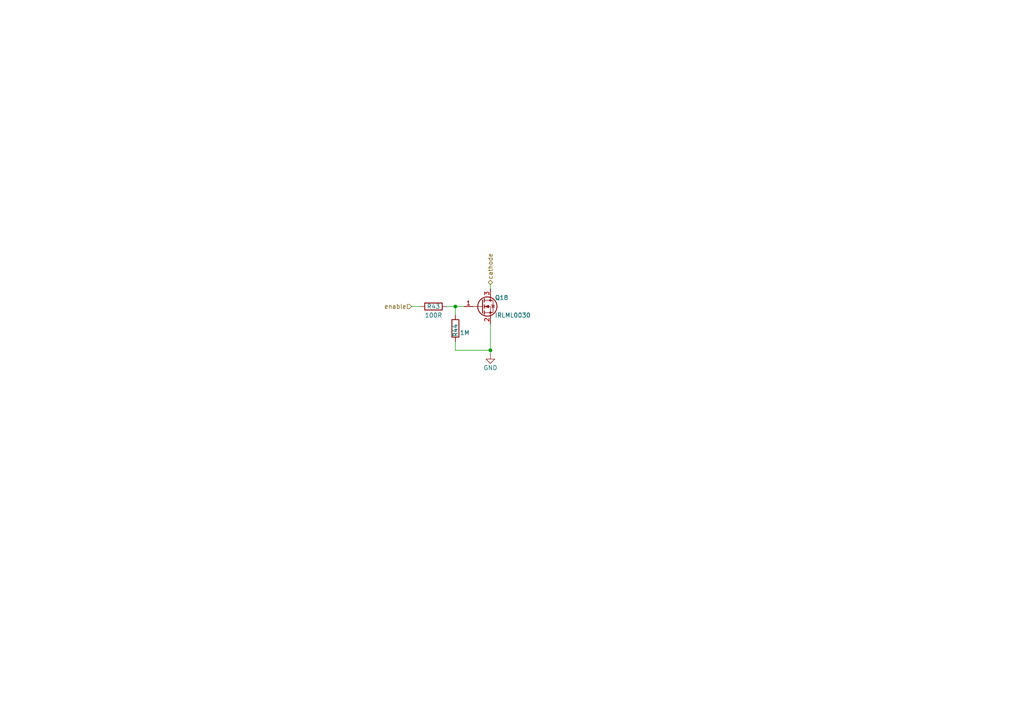
<source format=kicad_sch>
(kicad_sch (version 20231120) (generator "eeschema") (generator_version "8.0")
  (paper "A4")
  (lib_symbols
    (symbol "Device:R" (pin_numbers hide) (pin_names (offset 0))
      (property "Reference" "R" (at 2.032 0 90))
      (property "Value" "R" (at 0 0 90))
      (symbol "R_0_1"
        (rectangle (start -1.016 -2.54) (end 1.016 2.54) (stroke (width 0.254)))
      )
      (symbol "R_1_1"
        (pin passive line (at 0 3.81 270) (length 1.27) (name "~") (number "1"))
        (pin passive line (at 0 -3.81 90) (length 1.27) (name "~") (number "2"))
      )
    )
    (symbol "Transistor_FET:IRLML0030" (pin_names hide)
      (property "Reference" "Q" (at 5.08 1.905 0))
      (property "Value" "IRLML0030" (at 5.08 0 0))
      (symbol "IRLML0030_0_1"
        (polyline (pts (xy 0.254 0) (xy -2.54 0)))
        (polyline (pts (xy 0.254 1.905) (xy 0.254 -1.905)) (stroke (width 0.254)))
        (polyline (pts (xy 0.762 -1.27) (xy 0.762 -2.286)) (stroke (width 0.254)))
        (polyline (pts (xy 0.762 0.508) (xy 0.762 -0.508)) (stroke (width 0.254)))
        (polyline (pts (xy 0.762 2.286) (xy 0.762 1.27)) (stroke (width 0.254)))
        (polyline (pts (xy 2.54 2.54) (xy 2.54 1.778)))
        (polyline (pts (xy 2.54 -2.54) (xy 2.54 0) (xy 0.762 0)))
        (polyline (pts (xy 0.762 -1.778) (xy 3.302 -1.778) (xy 3.302 1.778) (xy 0.762 1.778)))
        (polyline (pts (xy 1.016 0) (xy 2.032 0.381) (xy 2.032 -0.381) (xy 1.016 0)) (fill (type outline)))
        (polyline (pts (xy 2.794 0.508) (xy 2.921 0.381) (xy 3.683 0.381) (xy 3.81 0.254)))
        (polyline (pts (xy 3.302 0.381) (xy 2.921 -0.254) (xy 3.683 -0.254) (xy 3.302 0.381)))
        (circle (center 1.651 0) (radius 2.794) (stroke (width 0.254)))
        (circle (center 2.54 -1.778) (radius 0.254) (fill (type outline)))
        (circle (center 2.54 1.778) (radius 0.254) (fill (type outline)))
      )
      (symbol "IRLML0030_1_1"
        (pin input line (at -5.08 0 0) (length 2.54) (name "G") (number "1"))
        (pin passive line (at 2.54 -5.08 90) (length 2.54) (name "S") (number "2"))
        (pin passive line (at 2.54 5.08 270) (length 2.54) (name "D") (number "3"))
      )
    )
    (symbol "power:GND" (power) (pin_numbers hide) (pin_names (offset 0) hide)
      (property "Value" "GND" (at 0 -3.81 0))
      (symbol "GND_0_1"
        (polyline (pts (xy 0 0) (xy 0 -1.27) (xy 1.27 -1.27) (xy 0 -2.54) (xy -1.27 -1.27) (xy 0 -1.27)))
      )
      (symbol "GND_1_1"
        (pin power_in line (at 0 0 270) (length 0) (name "~") (number "1"))
      )
    )
  )
  (junction (at 142.24 101.6))
  (junction (at 132.08 88.9))
  (wire (pts (xy 129.54 88.9) (xy 132.08 88.9)))
  (wire (pts (xy 132.08 88.9) (xy 134.62 88.9)))
  (wire (pts (xy 119.38 88.9) (xy 121.92 88.9)))
  (wire (pts (xy 132.08 99.06) (xy 132.08 101.6)))
  (wire (pts (xy 142.24 101.6) (xy 142.24 102.87)))
  (wire (pts (xy 142.24 82.55) (xy 142.24 83.82)))
  (wire (pts (xy 132.08 88.9) (xy 132.08 91.44)))
  (wire (pts (xy 132.08 101.6) (xy 142.24 101.6)))
  (wire (pts (xy 142.24 93.98) (xy 142.24 101.6)))
  (hierarchical_label "cathode" (shape bidirectional) (at 142.24 82.55 90))
  (hierarchical_label "enable" (shape input) (at 119.38 88.9 180))
  (symbol (lib_id "power:GND") (at 142.24 102.87 0) (unit 1)
    (property "Reference" "#PWR065" (effects (hide yes)))
    (property "Value" "GND" (at 142.24 106.68 0))
    (property "Description" "Power symbol creates a global label with name \"GND\" , ground" (effects (hide yes)))
    (instances (project "alarm-clock_v3" (path "" (reference "#PWR066") (unit 1)) (path "" (reference "#PWR065") (unit 1))))
  )
  (symbol (lib_id "Device:R") (at 132.08 95.25 0) (unit 1)
    (property "Reference" "R42" (at 132.08 97.79 90) (effects (justify left)))
    (property "Value" "1M" (at 133.35 96.52 0) (effects (justify left)))
    (property "Footprint" "Resistor_SMD:R_0603_1608Metric_Pad0.98x0.95mm_HandSolder" (effects (hide yes)))
    (property "Description" "Resistor" (effects (hide yes)))
    (instances (project "alarm-clock_v3" (path "" (reference "R44") (unit 1)) (path "" (reference "R42") (unit 1))))
  )
  (symbol (lib_id "Transistor_FET:IRLML0030") (at 139.7 88.9 0) (unit 1)
    (property "Reference" "Q17" (at 143.51 86.36 0) (effects (justify left)))
    (property "Value" "IRLML0030" (at 143.51 91.44 0) (effects (justify left)))
    (property "Footprint" "Package_TO_SOT_SMD:SOT-23_Handsoldering" (effects (hide yes)))
    (property "Datasheet" "https://www.infineon.com/dgdl/irlml0030pbf.pdf?fileId=5546d462533600a401535664773825df" (effects (hide yes)))
    (property "Description" "5.3A Id, 30V Vds, 27mOhm Rds, N-Channel HEXFET Power MOSFET, SOT-23" (effects (hide yes)))
    (instances (project "alarm-clock_v3" (path "" (reference "Q18") (unit 1)) (path "" (reference "Q17") (unit 1))))
  )
  (symbol (lib_id "Device:R") (at 125.73 88.9 90) (unit 1)
    (property "Reference" "R41" (at 125.73 88.9 90))
    (property "Value" "100R" (at 125.73 91.44 90))
    (property "Footprint" "Resistor_SMD:R_0603_1608Metric_Pad0.98x0.95mm_HandSolder" (effects (hide yes)))
    (property "Description" "Resistor" (effects (hide yes)))
    (instances (project "alarm-clock_v3" (path "" (reference "R43") (unit 1)) (path "" (reference "R41") (unit 1))))
  )
)
</source>
